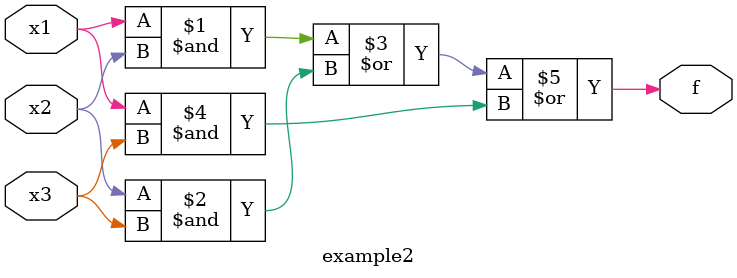
<source format=v>
module example2(x1,x2,x3,f);
input x1,x2,x3;
output f;
assign f =(x1 & x2) | (x2 & x3) | (x1 & x3);
endmodule




</source>
